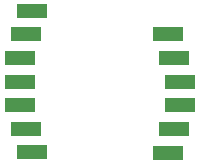
<source format=gbr>
G04 EAGLE Gerber RS-274X export*
G75*
%MOMM*%
%FSLAX34Y34*%
%LPD*%
%INSolderpaste Top*%
%IPPOS*%
%AMOC8*
5,1,8,0,0,1.08239X$1,22.5*%
G01*
%ADD10R,2.540000X1.270000*%


D10*
X237700Y211400D03*
X242600Y191500D03*
X247800Y171400D03*
X247800Y151300D03*
X242700Y131400D03*
X237700Y111400D03*
X122500Y111500D03*
X117300Y131400D03*
X112300Y151400D03*
X112200Y171400D03*
X112300Y191390D03*
X117300Y211410D03*
X122300Y231430D03*
M02*

</source>
